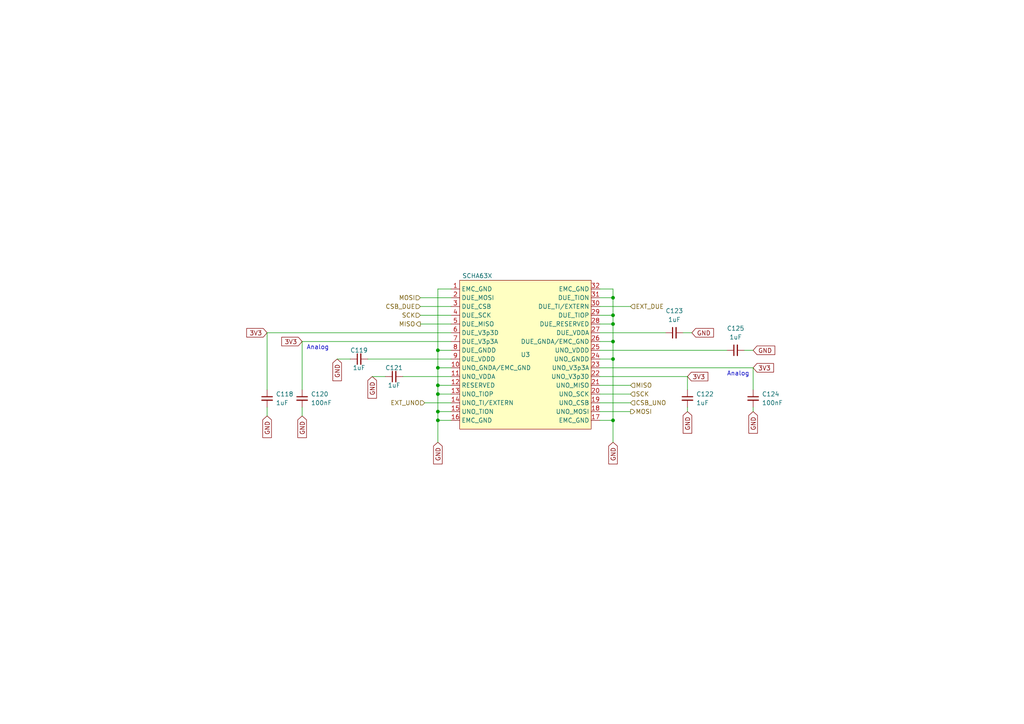
<source format=kicad_sch>
(kicad_sch (version 20211123) (generator eeschema)
  (paper "A4")
  (title_block (title "Murata SCHA6XX") (date "2022-06-27") (rev "A") (company "Tampere University") (comment 1 "Christian Kaarre"))
  (lib_symbols
    (symbol "Device:C_Small" (pin_numbers hide) (pin_names (offset 0.254) hide)
      (property "Reference" "C" (at 0.254 1.778 0))
      (property "Value" "C_Small" (at 0.254 -2.032 0))
      (symbol "C_Small_0_1"
        (polyline (pts (xy -1.524 -0.508) (xy 1.524 -0.508)) (stroke (width 0.3302)))
        (polyline (pts (xy -1.524 0.508) (xy 1.524 0.508)) (stroke (width 0.3048)))
      )
      (symbol "C_Small_1_1"
        (pin passive line (at 0 2.54 270) (length 2.032) (name "~") (number "1"))
        (pin passive line (at 0 -2.54 90) (length 2.032) (name "~") (number "2"))
      )
    )
    (symbol "Murata:SCHA63X"
      (property "Reference" "U" (at -17.78 22.86 0))
      (property "Value" "SCHA63X" (at 13.97 -22.86 0))
      (property "Footprint" "Murata:murata_scha" (at 0 -26.67 0))
      (property "Datasheet" "https://www.murata.com/en-global/products/sensor/gyro/overview/lineup/scha600" (at 1.27 -30.48 0))
      (symbol "SCHA63X_0_0"
        (pin power_in line (at -21.59 19.05 0) (length 2.54) (name "EMC_GND") (number "1"))
        (pin power_in line (at -21.59 -3.81 0) (length 2.54) (name "UNO_GNDA/EMC_GND") (number "10"))
        (pin power_out line (at -21.59 -6.35 0) (length 2.54) (name "UNO_VDDA") (number "11"))
        (pin power_in line (at -21.59 -8.89 0) (length 2.54) (name "RESERVED") (number "12"))
        (pin input line (at -21.59 -11.43 0) (length 2.54) (name "UNO_TIOP") (number "13"))
        (pin input line (at -21.59 -13.97 0) (length 2.54) (name "UNO_TI/EXTERN") (number "14"))
        (pin input line (at -21.59 -16.51 0) (length 2.54) (name "UNO_TION") (number "15"))
        (pin power_in line (at -21.59 -19.05 0) (length 2.54) (name "EMC_GND") (number "16"))
        (pin power_in line (at 21.59 -19.05 180) (length 2.54) (name "EMC_GND") (number "17"))
        (pin input line (at 21.59 -16.51 180) (length 2.54) (name "UNO_MOSI") (number "18"))
        (pin input line (at 21.59 -13.97 180) (length 2.54) (name "UNO_CSB") (number "19"))
        (pin input line (at -21.59 16.51 0) (length 2.54) (name "DUE_MOSI") (number "2"))
        (pin input line (at 21.59 -11.43 180) (length 2.54) (name "UNO_SCK") (number "20"))
        (pin output line (at 21.59 -8.89 180) (length 2.54) (name "UNO_MISO") (number "21"))
        (pin power_in line (at 21.59 -6.35 180) (length 2.54) (name "UNO_V3p3D") (number "22"))
        (pin power_in line (at 21.59 -3.81 180) (length 2.54) (name "UNO_V3p3A") (number "23"))
        (pin power_in line (at 21.59 -1.27 180) (length 2.54) (name "UNO_GNDD") (number "24"))
        (pin power_out line (at 21.59 1.27 180) (length 2.54) (name "UNO_VDDD") (number "25"))
        (pin power_in line (at 21.59 3.81 180) (length 2.54) (name "DUE_GNDA/EMC_GND") (number "26"))
        (pin power_out line (at 21.59 6.35 180) (length 2.54) (name "DUE_VDDA") (number "27"))
        (pin power_in line (at 21.59 8.89 180) (length 2.54) (name "DUE_RESERVED") (number "28"))
        (pin input line (at 21.59 11.43 180) (length 2.54) (name "DUE_TIOP") (number "29"))
        (pin input line (at -21.59 13.97 0) (length 2.54) (name "DUE_CSB") (number "3"))
        (pin input line (at 21.59 13.97 180) (length 2.54) (name "DUE_TI/EXTERN") (number "30"))
        (pin input line (at 21.59 16.51 180) (length 2.54) (name "DUE_TION") (number "31"))
        (pin power_in line (at 21.59 19.05 180) (length 2.54) (name "EMC_GND") (number "32"))
        (pin input line (at -21.59 11.43 0) (length 2.54) (name "DUE_SCK") (number "4"))
        (pin output line (at -21.59 8.89 0) (length 2.54) (name "DUE_MISO") (number "5"))
        (pin power_in line (at -21.59 6.35 0) (length 2.54) (name "DUE_V3p3D") (number "6"))
        (pin power_in line (at -21.59 3.81 0) (length 2.54) (name "DUE_V3p3A") (number "7"))
        (pin power_in line (at -21.59 1.27 0) (length 2.54) (name "DUE_GNDD") (number "8"))
        (pin power_out line (at -21.59 -1.27 0) (length 2.54) (name "DUE_VDDD") (number "9"))
      )
      (symbol "SCHA63X_0_1"
        (rectangle (start -19.05 21.59) (end 19.05 -21.59) (fill (type background)))
      )
    )
  )
  (junction (at 177.8 86.36))
  (junction (at 177.8 104.14))
  (junction (at 127 121.92))
  (junction (at 127 101.6))
  (junction (at 177.8 91.44))
  (junction (at 127 114.3))
  (junction (at 177.8 93.98))
  (junction (at 127 119.38))
  (junction (at 177.8 99.06))
  (junction (at 127 111.76))
  (junction (at 177.8 121.92))
  (junction (at 127 106.68))
  (wire (pts (xy 173.99 104.14) (xy 177.8 104.14)))
  (wire (pts (xy 173.99 101.6) (xy 210.82 101.6)))
  (wire (pts (xy 107.95 109.22) (xy 111.76 109.22)))
  (wire (pts (xy 127 106.68) (xy 127 111.76)))
  (wire (pts (xy 199.39 109.22) (xy 199.39 113.03)))
  (wire (pts (xy 198.12 96.52) (xy 200.66 96.52)))
  (wire (pts (xy 127 106.68) (xy 130.81 106.68)))
  (wire (pts (xy 121.92 86.36) (xy 130.81 86.36)))
  (wire (pts (xy 173.99 106.68) (xy 218.44 106.68)))
  (wire (pts (xy 127 119.38) (xy 130.81 119.38)))
  (wire (pts (xy 173.99 91.44) (xy 177.8 91.44)))
  (wire (pts (xy 177.8 121.92) (xy 177.8 128.27)))
  (wire (pts (xy 199.39 119.38) (xy 199.39 118.11)))
  (wire (pts (xy 87.63 99.06) (xy 87.63 113.03)))
  (wire (pts (xy 123.19 116.84) (xy 130.81 116.84)))
  (wire (pts (xy 127 111.76) (xy 127 114.3)))
  (wire (pts (xy 182.88 119.38) (xy 173.99 119.38)))
  (wire (pts (xy 177.8 83.82) (xy 177.8 86.36)))
  (wire (pts (xy 127 83.82) (xy 127 101.6)))
  (wire (pts (xy 182.88 88.9) (xy 173.99 88.9)))
  (wire (pts (xy 127 101.6) (xy 127 106.68)))
  (wire (pts (xy 177.8 91.44) (xy 177.8 93.98)))
  (wire (pts (xy 182.88 111.76) (xy 173.99 111.76)))
  (wire (pts (xy 87.63 99.06) (xy 130.81 99.06)))
  (wire (pts (xy 130.81 104.14) (xy 106.68 104.14)))
  (wire (pts (xy 97.79 104.14) (xy 101.6 104.14)))
  (wire (pts (xy 130.81 83.82) (xy 127 83.82)))
  (wire (pts (xy 173.99 86.36) (xy 177.8 86.36)))
  (wire (pts (xy 127 111.76) (xy 130.81 111.76)))
  (wire (pts (xy 127 114.3) (xy 130.81 114.3)))
  (wire (pts (xy 173.99 114.3) (xy 182.88 114.3)))
  (wire (pts (xy 177.8 93.98) (xy 177.8 99.06)))
  (wire (pts (xy 177.8 104.14) (xy 177.8 121.92)))
  (wire (pts (xy 77.47 120.65) (xy 77.47 118.11)))
  (wire (pts (xy 218.44 101.6) (xy 215.9 101.6)))
  (wire (pts (xy 127 119.38) (xy 127 121.92)))
  (wire (pts (xy 173.99 109.22) (xy 199.39 109.22)))
  (wire (pts (xy 116.84 109.22) (xy 130.81 109.22)))
  (wire (pts (xy 127 121.92) (xy 130.81 121.92)))
  (wire (pts (xy 121.92 91.44) (xy 130.81 91.44)))
  (wire (pts (xy 127 114.3) (xy 127 119.38)))
  (wire (pts (xy 121.92 93.98) (xy 130.81 93.98)))
  (wire (pts (xy 218.44 106.68) (xy 218.44 113.03)))
  (wire (pts (xy 218.44 118.11) (xy 218.44 119.38)))
  (wire (pts (xy 121.92 88.9) (xy 130.81 88.9)))
  (wire (pts (xy 173.99 83.82) (xy 177.8 83.82)))
  (wire (pts (xy 177.8 99.06) (xy 177.8 104.14)))
  (wire (pts (xy 77.47 96.52) (xy 130.81 96.52)))
  (wire (pts (xy 177.8 86.36) (xy 177.8 91.44)))
  (wire (pts (xy 127 101.6) (xy 130.81 101.6)))
  (wire (pts (xy 127 121.92) (xy 127 128.27)))
  (wire (pts (xy 173.99 93.98) (xy 177.8 93.98)))
  (wire (pts (xy 173.99 116.84) (xy 182.88 116.84)))
  (wire (pts (xy 87.63 120.65) (xy 87.63 118.11)))
  (wire (pts (xy 173.99 96.52) (xy 193.04 96.52)))
  (wire (pts (xy 77.47 96.52) (xy 77.47 113.03)))
  (wire (pts (xy 173.99 99.06) (xy 177.8 99.06)))
  (wire (pts (xy 173.99 121.92) (xy 177.8 121.92)))
  (text "Analog" (at 210.82 109.22 0) (effects (font (size 1.27 1.27)) (justify left bottom)))
  (text "Analog" (at 88.9 101.6 0) (effects (font (size 1.27 1.27)) (justify left bottom)))
  (global_label "GND" (shape input) (at 218.44 101.6 0) (property "Intersheet References" "${INTERSHEET_REFS}" (effects hide)))
  (global_label "GND" (shape input) (at 77.47 120.65 270) (property "Intersheet References" "${INTERSHEET_REFS}" (effects hide)))
  (global_label "GND" (shape input) (at 97.79 104.14 270) (property "Intersheet References" "${INTERSHEET_REFS}" (effects hide)))
  (global_label "GND" (shape input) (at 177.8 128.27 270) (property "Intersheet References" "${INTERSHEET_REFS}" (effects hide)))
  (global_label "GND" (shape input) (at 107.95 109.22 270) (property "Intersheet References" "${INTERSHEET_REFS}" (effects hide)))
  (global_label "GND" (shape input) (at 199.39 119.38 270) (property "Intersheet References" "${INTERSHEET_REFS}" (effects hide)))
  (global_label "GND" (shape input) (at 127 128.27 270) (property "Intersheet References" "${INTERSHEET_REFS}" (effects hide)))
  (global_label "GND" (shape input) (at 218.44 119.38 270) (property "Intersheet References" "${INTERSHEET_REFS}" (effects hide)))
  (global_label "GND" (shape input) (at 200.66 96.52 0) (property "Intersheet References" "${INTERSHEET_REFS}" (effects hide)))
  (global_label "3V3" (shape input) (at 199.39 109.22 0) (property "Intersheet References" "${INTERSHEET_REFS}" (effects hide)))
  (global_label "3V3" (shape input) (at 87.63 99.06 180) (property "Intersheet References" "${INTERSHEET_REFS}" (effects hide)))
  (global_label "3V3" (shape input) (at 218.44 106.68 0) (property "Intersheet References" "${INTERSHEET_REFS}" (effects hide)))
  (global_label "GND" (shape input) (at 87.63 120.65 270) (property "Intersheet References" "${INTERSHEET_REFS}" (effects hide)))
  (global_label "3V3" (shape input) (at 77.47 96.52 180) (property "Intersheet References" "${INTERSHEET_REFS}" (effects hide)))
  (hierarchical_label "EXT_UNO" (shape input) (at 123.19 116.84 180))
  (hierarchical_label "EXT_DUE" (shape input) (at 182.88 88.9 0))
  (hierarchical_label "SCK" (shape input) (at 182.88 114.3 0))
  (hierarchical_label "MISO" (shape input) (at 182.88 111.76 0))
  (hierarchical_label "CSB_DUE" (shape input) (at 121.92 88.9 180))
  (hierarchical_label "MOSI" (shape input) (at 121.92 86.36 180))
  (hierarchical_label "MOSI" (shape output) (at 182.88 119.38 0))
  (hierarchical_label "MISO" (shape output) (at 121.92 93.98 180))
  (hierarchical_label "SCK" (shape input) (at 121.92 91.44 180))
  (hierarchical_label "CSB_UNO" (shape input) (at 182.88 116.84 0))
  (symbol (lib_id "Device:C_Small") (at 213.36 101.6 90) (unit 1)
    (property "Reference" "C125" (at 213.3663 95.25 90))
    (property "Value" "1uF" (at 213.3663 97.79 90))
    (property "Footprint" "Capacitor_SMD:C_0402_1005Metric" (effects hide))
    (property "LCSC" "C52923" (effects hide))
  )
  (symbol (lib_id "Device:C_Small") (at 87.63 115.57 0) (unit 1)
    (property "Reference" "C120" (at 90.17 114.3062 0) (effects (justify left)))
    (property "Value" "100nF" (at 90.17 116.8462 0) (effects (justify left)))
    (property "Footprint" "Capacitor_SMD:C_0402_1005Metric" (effects hide))
    (property "LCSC" "C1525" (effects hide))
  )
  (symbol (lib_id "Device:C_Small") (at 218.44 115.57 0) (unit 1)
    (property "Reference" "C124" (at 220.98 114.3062 0) (effects (justify left)))
    (property "Value" "100nF" (at 220.98 116.8462 0) (effects (justify left)))
    (property "Footprint" "Capacitor_SMD:C_0402_1005Metric" (effects hide))
    (property "LCSC" "C1525" (effects hide))
  )
  (symbol (lib_id "Device:C_Small") (at 195.58 96.52 90) (unit 1)
    (property "Reference" "C123" (at 195.5863 90.17 90))
    (property "Value" "1uF" (at 195.5863 92.71 90))
    (property "Footprint" "Capacitor_SMD:C_0402_1005Metric" (effects hide))
    (property "LCSC" "C52923" (effects hide))
  )
  (symbol (lib_id "Device:C_Small") (at 199.39 115.57 0) (unit 1)
    (property "Reference" "C122" (at 201.93 114.3062 0) (effects (justify left)))
    (property "Value" "1uF" (at 201.93 116.8462 0) (effects (justify left)))
    (property "Footprint" "Capacitor_SMD:C_0402_1005Metric" (effects hide))
    (property "LCSC" "C52923" (effects hide))
  )
  (symbol (lib_id "Device:C_Small") (at 77.47 115.57 0) (unit 1)
    (property "Reference" "C118" (at 80.01 114.3062 0) (effects (justify left)))
    (property "Value" "1uF" (at 80.01 116.8462 0) (effects (justify left)))
    (property "Footprint" "Capacitor_SMD:C_0402_1005Metric" (effects hide))
    (property "LCSC" "C52923" (effects hide))
  )
  (symbol (lib_id "Device:C_Small") (at 114.3 109.22 90) (unit 1)
    (property "Reference" "C121" (at 114.3 106.68 90))
    (property "Value" "1uF" (at 114.3 111.76 90))
    (property "Footprint" "Capacitor_SMD:C_0402_1005Metric" (effects hide))
    (property "LCSC" "C52923" (effects hide))
  )
  (symbol (lib_id "Device:C_Small") (at 104.14 104.14 90) (unit 1)
    (property "Reference" "C119" (at 104.14 101.6 90))
    (property "Value" "1uF" (at 104.14 106.68 90))
    (property "Footprint" "Capacitor_SMD:C_0402_1005Metric" (effects hide))
    (property "LCSC" "C52923" (effects hide))
  )
  (symbol (lib_id "Murata:SCHA63X") (at 152.4 102.87 0) (unit 1)
    (property "Reference" "U3" (at 152.4 102.87 0))
    (property "Value" "SCHA63X" (at 138.43 80.01 0))
    (property "Footprint" "Murata:murata_scha" (effects hide))
    (property "Datasheet" "https://www.murata.com/en-global/products/sensor/gyro/overview/lineup/scha600" (effects hide))
  )
)
</source>
